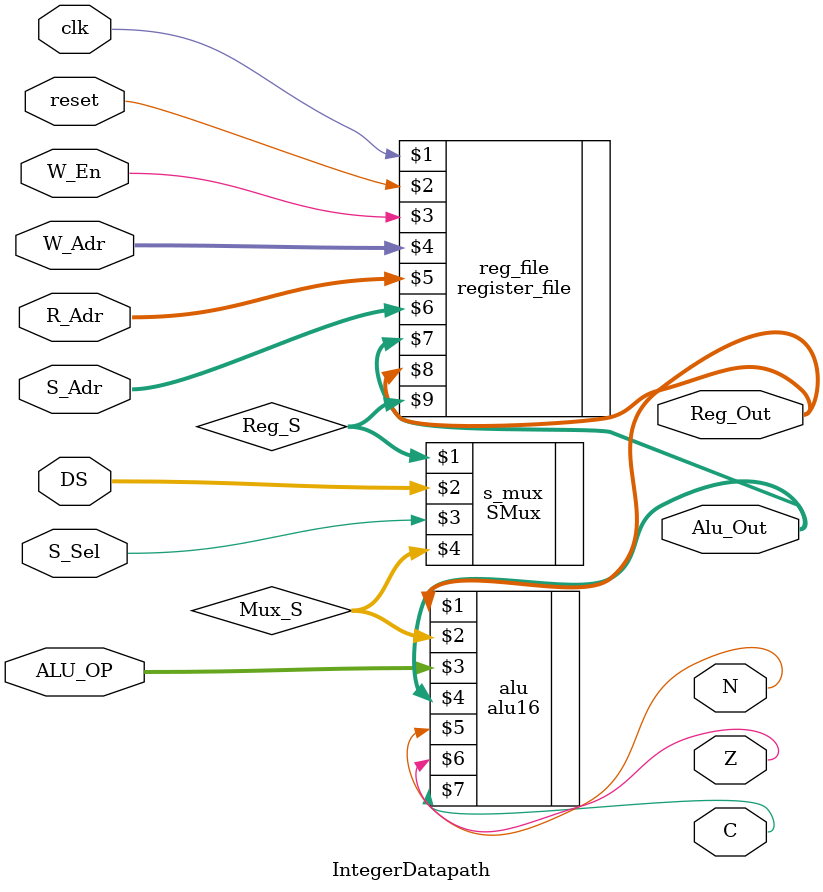
<source format=v>
`timescale 1ns / 1ps
/****************************** C E C S  3 0 1 ******************************
 * 
 * File Name:  IntegerDatapath.v
 * Project:    lab7
 * Designer:   Blas Arras and Naoaki Takatsu
 * Email:      blas.arras@yahoo.com
 *	            naoakitatkatsu@student.csulb.edu
 * Rev. No.:   Version 1.0
 * Rev. Date:  04/09/2017
 *
 * Purpose:    This Integer Datapath module will instantiate 3 modules, the
 *				   register_file.v, SMux.v, and alu16.v modules to create a 
 *					variety of different operations.
 *					
 *         
 * Notes:		Inputs- 
 *				 clk: "Clock" Clock input that controls clock of certain modules
 *			  reset: "reset" Will be the reset signal for appropriate modules
 *   			W_En: "W-rite En-able" will cause the appropriate register to 
 *						have its contents written by the signal "W_En"
 *			  W_Adr: This will be the selected register that the module will 
 *						select in order to write the signal provided by "W_En"
 *			  R_Adr: This signal will be the selected register that will
 *						have its contents displayed through Reg_Out
 *			  S_Adr: This signal will be the selected register that will
 *					   have its contents displayed through Alu_Out.
 *			  S_Sel: This input will control which port the SMux will use as 
 *			  		   its input(either Reg_S or DS)
 *				   Outputs-
 *					C: This is the carry flag
 *					N: This is the negative flag
 *					Z: This is the zero flag
 * 				
 *					Instantiated Modules-
 *		  register_file: register which stores data
 *		      	  SMux: multiplexer for Mux_S 
 *		          alu16: executes arithmetic/logical operations with Reg_Out 
 *		                 and Mux_S
 *
 *					When reset is requested, the reset function in each module
 *					will occur.
 *
 ****************************************************************************/
module IntegerDatapath( clk, reset, W_En, W_Adr, R_Adr, S_Adr, DS, 
		                 S_Sel, ALU_OP, Alu_Out, Reg_Out, N, Z, C );
							  
	//Inputs												 
	input         clk, reset, W_En, S_Sel; 
	input   [2:0] W_Adr, R_Adr, S_Adr;
	input   [3:0] ALU_OP;
	input  [15:0] DS;

	//Ouputs
	output        N, Z, C;
	output [15:0] Alu_Out, Reg_Out;

	//Wires
	wire   [15:0] Reg_S, Mux_S; 
	 
		//Instantiated Modules
		register_file reg_file ( clk, reset, W_En, W_Adr, R_Adr, 
										 S_Adr, Alu_Out, Reg_Out, Reg_S );
		SMux 			     s_mux ( Reg_S, DS, S_Sel, Mux_S );
		alu16 		       alu ( Reg_Out, Mux_S, ALU_OP, Alu_Out, N, Z, C );

endmodule

</source>
